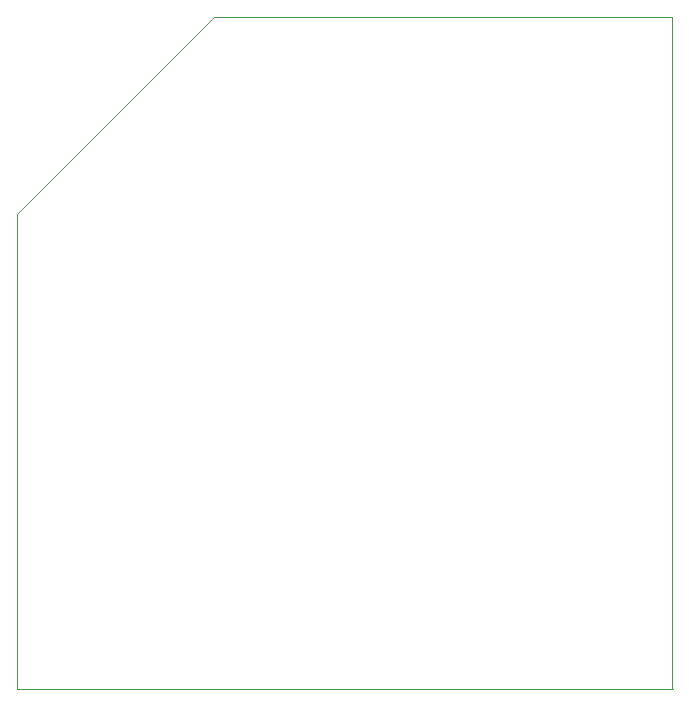
<source format=gbr>
%TF.GenerationSoftware,Altium Limited,Altium Designer,20.0.12 (288)*%
G04 Layer_Color=0*
%FSLAX43Y43*%
%MOMM*%
%TF.FileFunction,Profile,NP*%
%TF.Part,Single*%
G01*
G75*
%TA.AperFunction,Profile*%
%ADD95C,0.025*%
D95*
X77064Y39345D02*
Y79527D01*
X93777Y96241D01*
X132537D01*
Y39446D01*
X132639Y39345D01*
X77064D01*
%TF.MD5,120088122038d8f8476e79f025301f0c*%
M02*

</source>
